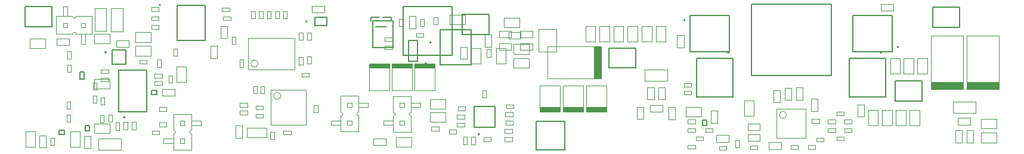
<source format=gbr>
%TF.GenerationSoftware,Altium Limited,Altium Designer,19.0.15 (446)*%
G04 Layer_Color=16711935*
%FSLAX45Y45*%
%MOMM*%
%TF.FileFunction,Other,Mechanical_13*%
%TF.Part,Single*%
G01*
G75*
%TA.AperFunction,NonConductor*%
%ADD88C,0.12700*%
%ADD106C,0.20000*%
%ADD136C,0.10000*%
%ADD204R,2.90000X0.65000*%
%ADD205R,4.60000X1.02220*%
%ADD206R,1.02220X4.60000*%
D88*
X7156580Y2273906D02*
X7596580D01*
X7156580Y2773906D02*
X7596580D01*
X7156580Y2273906D02*
Y2773906D01*
X7596580Y2273906D02*
Y2773906D01*
X6700516Y2622475D02*
X6830516D01*
X6700516Y2330475D02*
Y2622475D01*
Y2330475D02*
X6830516D01*
Y2622475D01*
X6242975Y2822174D02*
X6392975D01*
X6172975Y2902175D02*
Y2952175D01*
X6292975D01*
X6342975D02*
X6462975D01*
Y2902175D02*
Y2952175D01*
X3059235Y1916655D02*
X3133235D01*
Y1852655D02*
Y1916655D01*
X3059235Y1852655D02*
X3133235D01*
X3059235D02*
Y1916655D01*
X2587954Y1605415D02*
Y2205414D01*
X2987955D01*
Y1605415D02*
Y2205414D01*
X2587954Y1605415D02*
X2987955D01*
X2176974Y1337975D02*
Y1411975D01*
X2112974Y1337975D02*
X2176974D01*
X2112974D02*
Y1411975D01*
X2176974D01*
X2042615Y2176435D02*
X2102615D01*
Y2076435D02*
Y2176435D01*
X2042615Y2076435D02*
X2102615D01*
X2042615D02*
Y2176435D01*
X3417474Y3127475D02*
X3817475D01*
X3417474Y2627475D02*
X3817475D01*
X3417474D02*
Y3127475D01*
X3817475Y2627475D02*
Y3127475D01*
X7632475Y1384975D02*
X7932475D01*
X7632475Y1684975D02*
X7932475D01*
X7632475Y1384975D02*
Y1684975D01*
X7932475Y1384975D02*
Y1684975D01*
X2494974Y2489975D02*
X2694975D01*
X2494974Y2289975D02*
X2694975D01*
X2494974D02*
Y2489975D01*
X2694975Y2289975D02*
Y2489975D01*
X1740975Y1286235D02*
X1814975D01*
X1740975D02*
Y1350235D01*
X1814975D01*
Y1286235D02*
Y1350235D01*
X1257275Y2822155D02*
Y3106155D01*
Y2822155D02*
X1638275D01*
Y3106155D01*
X1257275D02*
X1638275D01*
X7846035Y2712935D02*
Y2996935D01*
X7465035D02*
X7846035D01*
X7465035Y2712935D02*
Y2996935D01*
Y2712935D02*
X7846035D01*
X6632475Y3105891D02*
X7322475D01*
X6632475Y2415891D02*
Y3105891D01*
Y2415891D02*
X7322475D01*
Y3105891D01*
X5373435Y2833075D02*
X5543435D01*
Y2958075D01*
X5373435D02*
X5543435D01*
X5373435Y2833075D02*
Y2958075D01*
X10875475Y1412975D02*
Y1486975D01*
X10939474D01*
Y1412975D02*
Y1486975D01*
X10875475Y1412975D02*
X10939474D01*
X10702975Y2462475D02*
Y2982475D01*
Y2462475D02*
X11257975D01*
Y2982475D01*
X10702975D02*
X11257975D01*
X10791975Y2371975D02*
X11311975D01*
X10791975Y1816975D02*
Y2371975D01*
Y1816975D02*
X11311975D01*
Y2371975D01*
X11573635Y2121415D02*
X12703634D01*
Y3141415D01*
X11573635D02*
X12703634D01*
X11573635Y2121415D02*
Y3141415D01*
X12960475Y2372838D02*
X13480475D01*
X12960475Y1817838D02*
Y2372838D01*
Y1817838D02*
X13480475D01*
Y2372838D01*
X14147775Y2811995D02*
X14528775D01*
X14147775D02*
Y3095995D01*
X14528775D01*
Y2811995D02*
Y3095995D01*
X13616975Y1765475D02*
Y2049475D01*
Y1765475D02*
X13997975D01*
Y2049475D01*
X13616975D02*
X13997975D01*
X13567975Y2462338D02*
Y2982338D01*
X13012975D02*
X13567975D01*
X13012975Y2462338D02*
Y2982338D01*
Y2462338D02*
X13567975D01*
X8516794Y1066974D02*
X8922795D01*
X8516794Y1472975D02*
X8922795D01*
Y1066974D02*
Y1472975D01*
X8516794Y1066974D02*
Y1472975D01*
X9929976Y2234972D02*
Y2518972D01*
X9548976D02*
X9929976D01*
X9548976Y2234972D02*
Y2518972D01*
Y2234972D02*
X9929976D01*
X6200475Y2904715D02*
X6484474D01*
X6200475Y2523715D02*
Y2904715D01*
Y2523715D02*
X6484474D01*
Y2904715D01*
D106*
X6962580Y2297906D02*
G03*
X6962580Y2297906I-10000J0D01*
G01*
X7025516Y2596475D02*
G03*
X7025516Y2596475I-10000J0D01*
G01*
X2677955Y1530415D02*
G03*
X2677955Y1530415I-10000J0D01*
G01*
X3182975Y3127974D02*
G03*
X3182975Y3127974I-10000J0D01*
G01*
X7712475Y1287975D02*
G03*
X7712475Y1287975I-10000J0D01*
G01*
X2413974Y2454975D02*
G03*
X2413974Y2454975I-10000J0D01*
G01*
X5263535Y2895575D02*
G03*
X5263535Y2895575I-10000J0D01*
G01*
X10630475Y2912474D02*
G03*
X10630475Y2912474I-10000J0D01*
G01*
X11251975Y2454475D02*
G03*
X11251975Y2454475I-10000J0D01*
G01*
X13420474Y2455338D02*
G03*
X13420474Y2455338I-10000J0D01*
G01*
X13660475Y2532339D02*
G03*
X13660475Y2532339I-10000J0D01*
G01*
D136*
X3021234Y1914655D02*
G03*
X3021234Y1914655I-5000J0D01*
G01*
X2179974Y1454975D02*
G03*
X2179974Y1454975I-5000J0D01*
G01*
X2007614Y2126435D02*
G03*
X2007614Y2126435I-5000J0D01*
G01*
X1862975Y1288235D02*
G03*
X1862975Y1288235I-5000J0D01*
G01*
X4890935Y1834154D02*
G03*
X4890935Y1834154I-50000J0D01*
G01*
X4566454Y2296110D02*
G03*
X4566454Y2296110I-50000J0D01*
G01*
X10882475Y1369975D02*
G03*
X10882475Y1369975I-5000J0D01*
G01*
X12069975Y1564975D02*
G03*
X12069975Y1564975I-50000J0D01*
G01*
X5737835Y1605155D02*
Y1833855D01*
X5991835Y1605155D02*
Y1833855D01*
X5737835D02*
X5763235D01*
X5966435D01*
X5991835D01*
X5600635Y1421255D02*
X5737835D01*
X5600635Y1484755D02*
X5737835D01*
X5600635Y1421255D02*
Y1484755D01*
X5833035Y1738454D02*
X5896635D01*
X5833035Y1674954D02*
X5896635D01*
X5991835Y1738454D02*
X6129034D01*
X5991835Y1674954D02*
X6129034D01*
X5896635D02*
Y1738454D01*
X5833035Y1674954D02*
Y1738454D01*
X5966435Y1590455D02*
X5991835Y1605155D01*
X5737835D02*
X5763235Y1590455D01*
X5966435Y1579855D02*
Y1590455D01*
X5763235Y1579855D02*
Y1590455D01*
X5991835Y1325855D02*
Y1554555D01*
X5737835Y1325855D02*
Y1554555D01*
X5833035Y1421255D02*
X5896635D01*
X5833035Y1484755D02*
X5896635D01*
X5833035Y1421255D02*
Y1484755D01*
X5896635Y1421255D02*
Y1484755D01*
X5737835Y1554555D02*
X5763235Y1569255D01*
X5966435D02*
X5991835Y1554555D01*
X5763235Y1569255D02*
Y1579855D01*
X5966435Y1569255D02*
Y1579855D01*
X6129034Y1674954D02*
Y1738454D01*
X5966435Y1325855D02*
X5991835D01*
X5763235D02*
X5966435D01*
X5737835D02*
X5763235D01*
X7480934Y1252294D02*
X7535934D01*
X7480934Y1147294D02*
X7535934D01*
Y1252294D01*
X7480934Y1147294D02*
Y1252294D01*
X7595234Y1252262D02*
X7650234D01*
X7595234Y1147262D02*
X7650234D01*
Y1252262D01*
X7595234Y1147262D02*
Y1252262D01*
X6368587Y2552638D02*
X6473587D01*
X6368587Y2497638D02*
X6473587D01*
Y2552638D01*
X6368587Y2497638D02*
Y2552638D01*
Y2616220D02*
X6473587D01*
X6368587Y2671219D02*
X6473587D01*
X6368587Y2616220D02*
Y2671219D01*
X6473587Y2616220D02*
Y2671219D01*
X6811555Y2675834D02*
Y2727834D01*
X6914555Y2675834D02*
Y2727834D01*
X6811555Y2675834D02*
X6914555D01*
X6811555Y2727834D02*
X6914555D01*
X7063580Y2958787D02*
X7115580D01*
X7063580Y2855787D02*
X7115580D01*
X7063580D02*
Y2958787D01*
X7115580Y2855787D02*
Y2958787D01*
X6870076Y2932787D02*
X6922076D01*
X6870076Y2829787D02*
X6922076D01*
X6870076D02*
Y2932787D01*
X6922076Y2829787D02*
Y2932787D01*
X6806416Y2793795D02*
Y2968795D01*
X6711416Y2793795D02*
Y2968795D01*
Y2793795D02*
X6806416D01*
X6711416Y2968795D02*
X6806416D01*
X6568851Y2828795D02*
Y2933795D01*
X6623851Y2828795D02*
Y2933795D01*
X6568851D02*
X6623851D01*
X6568851Y2828795D02*
X6623851D01*
X7285275Y2985935D02*
X7505275D01*
X7285275Y2850935D02*
X7505275D01*
Y2985935D01*
X7285275Y2850935D02*
Y2985935D01*
X8286854Y2758243D02*
X8461855D01*
X8286854Y2663243D02*
X8461855D01*
Y2758243D01*
X8286854Y2663243D02*
Y2758243D01*
Y2582223D02*
X8461855D01*
X8286854Y2487223D02*
X8461855D01*
Y2582223D01*
X8286854Y2487223D02*
Y2582223D01*
X7989675Y2663243D02*
X8164675D01*
X7989675Y2758243D02*
X8164675D01*
X7989675Y2663243D02*
Y2758243D01*
X8164675Y2663243D02*
Y2758243D01*
X7989675Y2487223D02*
X8164675D01*
X7989675Y2582223D02*
X8164675D01*
X7989675Y2487223D02*
Y2582223D01*
X8164675Y2487223D02*
Y2582223D01*
X7883375Y2534343D02*
Y2709343D01*
X7788375Y2534343D02*
Y2709343D01*
Y2534343D02*
X7883375D01*
X7788375Y2709343D02*
X7883375D01*
X8546159Y2460926D02*
X8806159D01*
X8546159Y2785926D02*
X8806159D01*
Y2460926D02*
Y2785926D01*
X8546159Y2460926D02*
Y2785926D01*
X2242175Y2713775D02*
X2462175D01*
X2242175Y2578775D02*
X2462175D01*
Y2713775D01*
X2242175Y2578775D02*
Y2713775D01*
Y1941275D02*
Y2076275D01*
X2462175Y1941275D02*
Y2076275D01*
X2242175Y1941275D02*
X2462175D01*
X2242175Y2076275D02*
X2462175D01*
X2242175Y1441275D02*
X2462175D01*
X2242175Y1306275D02*
X2462175D01*
Y1441275D01*
X2242175Y1306275D02*
Y1441275D01*
X2442855Y1462315D02*
Y1565315D01*
X2494855Y1462315D02*
Y1565315D01*
X2442855Y1462315D02*
X2494855D01*
X2442855Y1565315D02*
X2494855D01*
X3065055Y1338475D02*
X3168055D01*
X3065055Y1286475D02*
X3168055D01*
X3065055D02*
Y1338475D01*
X3168055Y1286475D02*
Y1338475D01*
X2779975Y1357175D02*
X2834975D01*
X2779975Y1462175D02*
X2834975D01*
X2779975Y1357175D02*
Y1462175D01*
X2834975Y1357175D02*
Y1462175D01*
X3165655Y1397415D02*
X3270655D01*
X3165655Y1452414D02*
X3270655D01*
Y1397415D02*
Y1452414D01*
X3165655Y1397415D02*
Y1452414D01*
X3165694Y1621374D02*
Y1676374D01*
X3270695Y1621374D02*
Y1676374D01*
X3165694D02*
X3270695D01*
X3165694Y1621374D02*
X3270695D01*
X3619475Y1066775D02*
Y1295475D01*
X3365475Y1066775D02*
Y1295475D01*
X3594075Y1066775D02*
X3619475D01*
X3390875D02*
X3594075D01*
X3365475D02*
X3390875D01*
X3619475Y1479374D02*
X3756674D01*
X3619475Y1415874D02*
X3756674D01*
Y1479374D01*
X3460675Y1162175D02*
X3524275D01*
X3460675Y1225675D02*
X3524275D01*
X3228275Y1162175D02*
X3365475D01*
X3228275Y1225675D02*
X3365475D01*
X3460675Y1162175D02*
Y1225675D01*
X3524275Y1162175D02*
Y1225675D01*
X3365475Y1295475D02*
X3390875Y1310175D01*
X3594075D02*
X3619475Y1295475D01*
X3390875Y1310175D02*
Y1320775D01*
X3594075Y1310175D02*
Y1320775D01*
X3365475Y1346075D02*
Y1574775D01*
X3619475Y1346075D02*
Y1574775D01*
X3460675Y1479374D02*
X3524275D01*
X3460675Y1415874D02*
X3524275D01*
Y1479374D01*
X3460675Y1415874D02*
Y1479374D01*
X3594075Y1331375D02*
X3619475Y1346075D01*
X3365475D02*
X3390875Y1331375D01*
X3594075Y1320775D02*
Y1331375D01*
X3390875Y1320775D02*
Y1331375D01*
X3228275Y1162175D02*
Y1225675D01*
X3365475Y1574775D02*
X3390875D01*
X3594075D01*
X3619475D01*
X3409735Y2251195D02*
X3544735D01*
X3409735Y2031195D02*
X3544735D01*
Y2251195D01*
X3409735Y2031195D02*
Y2251195D01*
X3206854Y1837475D02*
Y1932475D01*
X3381855Y1837475D02*
Y1932475D01*
X3206854D02*
X3381855D01*
X3206854Y1837475D02*
X3381855D01*
X3299875Y2019974D02*
Y2124974D01*
X3354874Y2019974D02*
Y2124974D01*
X3299875Y2019974D02*
X3354874D01*
X3299875Y2124974D02*
X3354874D01*
X3204622Y1989235D02*
Y2044235D01*
X3099622Y1989235D02*
Y2044235D01*
Y1989235D02*
X3204622D01*
X3099622Y2044235D02*
X3204622D01*
X3204615Y2093375D02*
Y2148375D01*
X3099615Y2093375D02*
Y2148375D01*
Y2093375D02*
X3204615D01*
X3099615Y2148375D02*
X3204615D01*
X3138015Y2247095D02*
X3193015D01*
X3138015Y2352095D02*
X3193015D01*
X3138015Y2247095D02*
Y2352095D01*
X3193015Y2247095D02*
Y2352095D01*
X3368455Y2403655D02*
X3423455D01*
X3368455Y2508655D02*
X3423455D01*
X3368455Y2403655D02*
Y2508655D01*
X3423455Y2403655D02*
Y2508655D01*
X2885974Y2294474D02*
X2988974D01*
X2885974Y2346474D02*
X2988974D01*
Y2294474D02*
Y2346474D01*
X2885974Y2294474D02*
Y2346474D01*
X3047818Y2600474D02*
Y2740474D01*
X2827819Y2600474D02*
Y2740474D01*
Y2600474D02*
X3047818D01*
X2827819Y2740474D02*
X3047818D01*
X2559155Y2530775D02*
X2734155D01*
X2559155Y2625775D02*
X2734155D01*
Y2530775D02*
Y2625775D01*
X2559155Y2530775D02*
Y2625775D01*
X2601535Y1349735D02*
Y1452735D01*
X2549535Y1349735D02*
Y1452735D01*
X2601535D01*
X2549535Y1349735D02*
X2601535D01*
X2301474Y1064975D02*
Y1229975D01*
X2626474Y1064975D02*
Y1229975D01*
X2301474D02*
X2626474D01*
X2301474Y1064975D02*
X2626474D01*
X2096475Y1264975D02*
X2191475D01*
X2096475Y1089974D02*
X2191475D01*
Y1264975D01*
X2096475Y1089974D02*
Y1264975D01*
X1901475Y1109975D02*
Y1329975D01*
X2036475Y1109975D02*
Y1329975D01*
X1901475Y1109975D02*
X2036475D01*
X1901475Y1329975D02*
X2036475D01*
X1903442Y1464855D02*
Y1567855D01*
X1851443Y1464855D02*
Y1567855D01*
X1903442D01*
X1851443Y1464855D02*
X1903442D01*
X2659795Y1357175D02*
X2714795D01*
X2659795Y1462175D02*
X2714795D01*
X2659795Y1357175D02*
Y1462175D01*
X2714795Y1357175D02*
Y1462175D01*
X2379515Y1453035D02*
Y1558035D01*
X2324515Y1453035D02*
Y1558035D01*
X2379515D01*
X2324515Y1453035D02*
X2379515D01*
X2335823Y1811147D02*
X2387823D01*
X2335823Y1708147D02*
X2387823D01*
Y1811147D01*
X2335823Y1708147D02*
Y1811147D01*
X2223975Y1736299D02*
Y1839299D01*
X2275975Y1736299D02*
Y1839299D01*
X2223975Y1736299D02*
X2275975D01*
X2223975Y1839299D02*
X2275975D01*
X2442195Y2039935D02*
Y2094935D01*
X2337194Y2039935D02*
Y2094935D01*
Y2039935D02*
X2442195D01*
X2337194Y2094935D02*
X2442195D01*
X2275974Y1918475D02*
Y2021475D01*
X2223974Y1918475D02*
Y2021475D01*
X2275974D01*
X2223974Y1918475D02*
X2275974D01*
X2442195Y2154975D02*
Y2209975D01*
X2337194Y2154975D02*
Y2209975D01*
Y2154975D02*
X2442195D01*
X2337194Y2209975D02*
X2442195D01*
X1851035Y1653914D02*
Y1756914D01*
X1903035Y1653914D02*
Y1756914D01*
X1851035Y1653914D02*
X1903035D01*
X1851035Y1756914D02*
X1903035D01*
X3157475Y2787475D02*
Y2842475D01*
X3052474Y2787475D02*
Y2842475D01*
Y2787475D02*
X3157475D01*
X3052474Y2842475D02*
X3157475D01*
Y3040475D02*
Y3095475D01*
X3052474Y3040475D02*
Y3095475D01*
Y3040475D02*
X3157475D01*
X3052474Y3095475D02*
X3157475D01*
Y2912475D02*
Y2967475D01*
X3052474Y2912475D02*
Y2967475D01*
Y2912475D02*
X3157475D01*
X3052474Y2967475D02*
X3157475D01*
X3889475Y2374555D02*
Y2549555D01*
X3984475Y2374555D02*
Y2549555D01*
X3889475Y2374555D02*
X3984475D01*
X3889475Y2549555D02*
X3984475D01*
X4036474Y2657040D02*
Y2832040D01*
X4131474Y2657040D02*
Y2832040D01*
X4036474Y2657040D02*
X4131474D01*
X4036474Y2832040D02*
X4131474D01*
X4058474Y3093475D02*
X4161475D01*
X4058474Y3041475D02*
X4161475D01*
X4058474D02*
Y3093475D01*
X4161475Y3041475D02*
Y3093475D01*
X5187495Y2163032D02*
X5292495D01*
X5187495Y2108032D02*
X5292495D01*
X5187495D02*
Y2163032D01*
X5292495Y2108032D02*
Y2163032D01*
X5321318Y2291578D02*
Y2394578D01*
X5269318Y2291578D02*
Y2394578D01*
X5321318D01*
X5269318Y2291578D02*
X5321318D01*
X5203995Y2281735D02*
Y2386735D01*
X5148995Y2281735D02*
Y2386735D01*
X5203995D01*
X5148995Y2281735D02*
X5203995D01*
X9227275Y1608255D02*
Y1983255D01*
X9517275D01*
Y1608255D02*
Y1983255D01*
X9227275Y1608255D02*
X9517275D01*
X8895364Y1610573D02*
Y1985573D01*
X9185364D01*
Y1610573D02*
Y1985573D01*
X8895364Y1610573D02*
X9185364D01*
X8567175Y1610576D02*
Y1985576D01*
X8857175D01*
Y1610576D02*
Y1985576D01*
X8567175Y1610576D02*
X8857175D01*
X7511255Y1629891D02*
Y1681890D01*
X7408255Y1629891D02*
Y1681890D01*
Y1629891D02*
X7511255D01*
X7408255Y1681890D02*
X7511255D01*
X7756475Y1912631D02*
X7808475D01*
X7756475Y1809631D02*
X7808475D01*
Y1912631D01*
X7756475Y1809631D02*
Y1912631D01*
X7007677Y1649975D02*
X7227676D01*
X7007677Y1789975D02*
X7227676D01*
Y1649975D02*
Y1789975D01*
X7007677Y1649975D02*
Y1789975D01*
X8185224Y1426414D02*
Y1478414D01*
X8082224Y1426414D02*
Y1478414D01*
Y1426414D02*
X8185224D01*
X8082224Y1478414D02*
X8185224D01*
X8095525Y1660984D02*
Y1712984D01*
X8198525Y1660984D02*
Y1712984D01*
X8095525D02*
X8198525D01*
X8095525Y1660984D02*
X8198525D01*
X12887975Y1202935D02*
Y1254934D01*
X12784975Y1202935D02*
Y1254934D01*
Y1202935D02*
X12887975D01*
X12784975Y1254934D02*
X12887975D01*
X11025275Y1317923D02*
Y1372923D01*
X10920275Y1317923D02*
Y1372923D01*
Y1317923D02*
X11025275D01*
X10920275Y1372923D02*
X11025275D01*
X10669975Y1374975D02*
X10774975D01*
X10669975Y1319975D02*
X10774975D01*
X10669975D02*
Y1374975D01*
X10774975Y1319975D02*
Y1374975D01*
X10997475Y1449974D02*
X11092475D01*
X10997475Y1624975D02*
X11092475D01*
X10997475Y1449974D02*
Y1624975D01*
X11092475Y1449974D02*
Y1624975D01*
X10669975Y1494975D02*
X10774975D01*
X10669975Y1439975D02*
X10774975D01*
X10669975D02*
Y1494975D01*
X10774975Y1439975D02*
Y1494975D01*
X10640250Y1542602D02*
Y1677602D01*
X10860250Y1542602D02*
Y1677602D01*
X10640250D02*
X10860250D01*
X10640250Y1542602D02*
X10860250D01*
X10041635Y1503576D02*
Y1678576D01*
X9946635Y1503576D02*
Y1678576D01*
X10041635D01*
X9946635Y1503576D02*
X10041635D01*
X12127474Y1077474D02*
X12232474D01*
X12127474Y1132474D02*
X12232474D01*
Y1077474D02*
Y1132474D01*
X12127474Y1077474D02*
Y1132474D01*
X11819975Y1078972D02*
X11994974D01*
X11819975Y1173971D02*
X11994974D01*
Y1078972D02*
Y1173971D01*
X11819975Y1078972D02*
Y1173971D01*
X11556455Y1075174D02*
X11661455D01*
X11556455Y1130174D02*
X11661455D01*
Y1075174D02*
Y1130174D01*
X11556455Y1075174D02*
Y1130174D01*
X11397475Y1097475D02*
Y1202475D01*
X11342475Y1097475D02*
Y1202475D01*
X11397475D01*
X11342475Y1097475D02*
X11397475D01*
X10344974Y1784257D02*
Y1959257D01*
X10249974Y1784257D02*
Y1959257D01*
X10344974D01*
X10249974Y1784257D02*
X10344974D01*
X10132475Y1704333D02*
X10307475D01*
X10132475Y1609334D02*
X10307475D01*
X10132475D02*
Y1704333D01*
X10307475Y1609334D02*
Y1704333D01*
X10189975Y1784257D02*
Y1959257D01*
X10094974Y1784257D02*
Y1959257D01*
X10189975D01*
X10094974Y1784257D02*
X10189975D01*
X10491955Y1501308D02*
Y1676308D01*
X10396955Y1501308D02*
Y1676308D01*
X10491955D01*
X10396955Y1501308D02*
X10491955D01*
X10783584Y1254975D02*
X10888584D01*
X10783584Y1199975D02*
X10888584D01*
X10783584D02*
Y1254975D01*
X10888584Y1199975D02*
Y1254975D01*
X10669975Y1134974D02*
X10774975D01*
X10669975Y1079974D02*
X10774975D01*
X10669975D02*
Y1134974D01*
X10774975Y1079974D02*
Y1134974D01*
X11076927Y1179975D02*
X11251926D01*
X11076927Y1274974D02*
X11251926D01*
Y1179975D02*
Y1274974D01*
X11076927Y1179975D02*
Y1274974D01*
X11112695Y1065813D02*
X11217695D01*
X11112695Y1120813D02*
X11217695D01*
Y1065813D02*
Y1120813D01*
X11112695Y1065813D02*
Y1120813D01*
X12887975Y1560295D02*
Y1612295D01*
X12784974Y1560295D02*
Y1612295D01*
Y1560295D02*
X12887975D01*
X12784974Y1612295D02*
X12887975D01*
X12992474Y1442795D02*
Y1494795D01*
X12889474Y1442795D02*
Y1494795D01*
Y1442795D02*
X12992474D01*
X12889474Y1494795D02*
X12992474D01*
X12377474Y1077474D02*
X12482474D01*
X12377474Y1132474D02*
X12482474D01*
Y1077474D02*
Y1132474D01*
X12377474Y1077474D02*
Y1132474D01*
X12492475Y1239935D02*
X12597475D01*
X12492475Y1184935D02*
X12597475D01*
X12492475D02*
Y1239935D01*
X12597475Y1184935D02*
Y1239935D01*
X12430975Y1451635D02*
Y1503635D01*
X12533975Y1451635D02*
Y1503635D01*
X12430975D02*
X12533975D01*
X12430975Y1451635D02*
X12533975D01*
X12658474Y1496295D02*
X12763474D01*
X12658474Y1441295D02*
X12763474D01*
X12658474D02*
Y1496295D01*
X12763474Y1441295D02*
Y1496295D01*
X5033115Y1285975D02*
Y1340974D01*
X4928115Y1285975D02*
Y1340974D01*
Y1285975D02*
X5033115D01*
X4928115Y1340974D02*
X5033115D01*
X3047818Y2405474D02*
Y2545474D01*
X2827818Y2405474D02*
Y2545474D01*
Y2405474D02*
X3047818D01*
X2827818Y2545474D02*
X3047818D01*
X1915735Y2173515D02*
Y2276515D01*
X1863735Y2173515D02*
Y2276515D01*
X1915735D01*
X1863735Y2173515D02*
X1915735D01*
X1863735Y2366555D02*
Y2469555D01*
X1915735Y2366555D02*
Y2469555D01*
X1863735Y2366555D02*
X1915735D01*
X1863735Y2469555D02*
X1915735D01*
X1329875Y2516279D02*
X1549875D01*
X1329875Y2651279D02*
X1549875D01*
Y2516279D02*
Y2651279D01*
X1329875Y2516279D02*
Y2651279D01*
X1675935Y1133843D02*
Y1238843D01*
X1620935Y1133843D02*
Y1238843D01*
X1675935D01*
X1620935Y1133843D02*
X1675935D01*
X1462375Y1098835D02*
Y1273835D01*
X1557375Y1098835D02*
Y1273835D01*
X1462375Y1098835D02*
X1557375D01*
X1462375Y1273835D02*
X1557375D01*
X1267375Y1111255D02*
Y1331255D01*
X1402375Y1111255D02*
Y1331255D01*
X1267375Y1111255D02*
X1402375D01*
X1267375Y1331255D02*
X1402375D01*
X1704315Y2944075D02*
Y2969475D01*
Y2740875D02*
Y2944075D01*
Y2715475D02*
Y2740875D01*
X2053414Y2578275D02*
X2116914D01*
X1947715Y2740875D02*
X1958315D01*
X1947715Y2944075D02*
X1958315D01*
X1933015Y2715475D02*
X1947715Y2740875D01*
X1933015Y2969475D02*
X1947715Y2944075D01*
X1799715Y2810675D02*
X1863215D01*
X1799715Y2874275D02*
X1863215D01*
Y2810675D02*
Y2874275D01*
X1799715Y2810675D02*
Y2874275D01*
X1704315Y2969475D02*
X1933015D01*
X1704315Y2715475D02*
X1933015D01*
X1958315Y2944075D02*
X1968915D01*
X1958315Y2740875D02*
X1968915D01*
Y2944075D02*
X1983615Y2969475D01*
X1968915Y2740875D02*
X1983615Y2715475D01*
X2053414Y2874275D02*
X2116914D01*
X2053414Y2810675D02*
X2116914D01*
X2053414Y2578275D02*
Y2715475D01*
X2116914Y2578275D02*
Y2715475D01*
X2053414Y2810675D02*
Y2874275D01*
X2116914Y2810675D02*
Y2874275D01*
X1799715Y3106675D02*
X1863215D01*
Y2969475D02*
Y3106675D01*
X1799715Y2969475D02*
Y3106675D01*
X2212315Y2715475D02*
Y2740875D01*
Y2944075D01*
Y2969475D01*
X1983615Y2715475D02*
X2212315D01*
X1983615Y2969475D02*
X2212315D01*
X1713335Y2651304D02*
X1888335D01*
X1713335Y2556303D02*
X1888335D01*
X1713335D02*
Y2651304D01*
X1888335Y2556303D02*
Y2651304D01*
X2248136Y2757331D02*
X2413136D01*
X2248136Y3082331D02*
X2413136D01*
X2248136Y2757331D02*
Y3082331D01*
X2413136Y2757331D02*
Y3082331D01*
X2480186Y2755935D02*
X2645186D01*
X2480186Y3080935D02*
X2645186D01*
X2480186Y2755935D02*
Y3080935D01*
X2645186Y2755935D02*
Y3080935D01*
X8192475Y2232475D02*
X8412474D01*
X8192475Y2372475D02*
X8412474D01*
Y2232475D02*
Y2372475D01*
X8192475Y2232475D02*
Y2372475D01*
X8193724Y2429975D02*
X8413724D01*
X8193724Y2569975D02*
X8413724D01*
Y2429975D02*
Y2569975D01*
X8193724Y2429975D02*
Y2569975D01*
X7951142Y2292337D02*
X8086142D01*
X7951142Y2512337D02*
X8086142D01*
X7951142Y2292337D02*
Y2512337D01*
X8086142Y2292337D02*
Y2512337D01*
X7732475Y2297474D02*
Y2517475D01*
X7597475Y2297474D02*
Y2517475D01*
X7732475D01*
X7597475Y2297474D02*
X7732475D01*
X7442475Y2359974D02*
X7537475D01*
X7442475Y2534975D02*
X7537475D01*
X7442475Y2359974D02*
Y2534975D01*
X7537475Y2359974D02*
Y2534975D01*
X8078015Y1541755D02*
X8183015D01*
X8078015Y1596754D02*
X8183015D01*
Y1541755D02*
Y1596754D01*
X8078015Y1541755D02*
Y1596754D01*
X8068525Y1361667D02*
X8173525D01*
X8068525Y1306667D02*
X8173525D01*
X8068525D02*
Y1361667D01*
X8173525Y1306667D02*
Y1361667D01*
X8069094Y1187141D02*
X8174094D01*
X8069094Y1242141D02*
X8174094D01*
Y1187141D02*
Y1242141D01*
X8069094Y1187141D02*
Y1242141D01*
X7280455Y1295815D02*
Y1350814D01*
X7385455Y1295815D02*
Y1350814D01*
X7280455D02*
X7385455D01*
X7280455Y1295815D02*
X7385455D01*
X7392215Y1395654D02*
X7497215D01*
X7392215Y1450654D02*
X7497215D01*
Y1395654D02*
Y1450654D01*
X7392215Y1395654D02*
Y1450654D01*
X7392975Y1563875D02*
X7497975D01*
X7392975Y1508875D02*
X7497975D01*
X7392975D02*
Y1563875D01*
X7497975Y1508875D02*
Y1563875D01*
X7769975Y1242141D02*
X7874975D01*
X7769975Y1187141D02*
X7874975D01*
X7769975D02*
Y1242141D01*
X7874975Y1187141D02*
Y1242141D01*
X7028995Y1341535D02*
Y1396534D01*
X7133995Y1341535D02*
Y1396534D01*
X7028995D02*
X7133995D01*
X7028995Y1341535D02*
X7133995D01*
X7007677Y1462475D02*
X7227676D01*
X7007677Y1602475D02*
X7227676D01*
Y1462475D02*
Y1602475D01*
X7007677Y1462475D02*
Y1602475D01*
X6526195Y1246035D02*
X6746195D01*
X6526195Y1111035D02*
X6746195D01*
X6526195D02*
Y1246035D01*
X6746195Y1111035D02*
Y1246035D01*
X6482975Y1323315D02*
X6508375D01*
X6711575D01*
X6736975D01*
X6874175Y1672414D02*
Y1735914D01*
X6711575Y1566715D02*
Y1577315D01*
X6508375Y1566715D02*
Y1577315D01*
X6711575Y1566715D02*
X6736975Y1552015D01*
X6482975D02*
X6508375Y1566715D01*
X6641775Y1418715D02*
Y1482215D01*
X6578175Y1418715D02*
Y1482215D01*
X6641775D01*
X6578175Y1418715D02*
X6641775D01*
X6482975Y1323315D02*
Y1552015D01*
X6736975Y1323315D02*
Y1552015D01*
X6508375Y1577315D02*
Y1587915D01*
X6711575Y1577315D02*
Y1587915D01*
X6482975Y1602615D02*
X6508375Y1587915D01*
X6711575D02*
X6736975Y1602615D01*
X6578175Y1672414D02*
Y1735914D01*
X6641775Y1672414D02*
Y1735914D01*
X6736975Y1672414D02*
X6874175D01*
X6736975Y1735914D02*
X6874175D01*
X6578175Y1672414D02*
X6641775D01*
X6578175Y1735914D02*
X6641775D01*
X6345775Y1418715D02*
Y1482215D01*
X6482975D01*
X6345775Y1418715D02*
X6482975D01*
X6711575Y1831315D02*
X6736975D01*
X6508375D02*
X6711575D01*
X6482975D02*
X6508375D01*
X6736975Y1602615D02*
Y1831315D01*
X6482975Y1602615D02*
Y1831315D01*
X6205795Y1131038D02*
X6380795D01*
X6205795Y1226038D02*
X6380795D01*
Y1131038D02*
Y1226038D01*
X6205795Y1131038D02*
Y1226038D01*
X6432475Y1916892D02*
Y2291892D01*
X6142475Y1916892D02*
X6432475D01*
X6142475D02*
Y2291892D01*
X6432475D01*
X6754975Y1916892D02*
Y2291892D01*
X6464975Y1916892D02*
X6754975D01*
X6464975D02*
Y2291892D01*
X6754975D01*
X7077475Y1916892D02*
Y2291892D01*
X6787475Y1916892D02*
X7077475D01*
X6787475D02*
Y2291892D01*
X7077475D01*
X7869975Y2389975D02*
Y2494975D01*
X7814975Y2389975D02*
Y2494975D01*
X7869975D01*
X7814975Y2389975D02*
X7869975D01*
X4250155Y1238355D02*
Y1413355D01*
X4345155Y1238355D02*
Y1413355D01*
X4250155Y1238355D02*
X4345155D01*
X4250155Y1413355D02*
X4345155D01*
X4412755Y1243474D02*
X4692755D01*
X4412755Y1383474D02*
X4692755D01*
X4412755Y1243474D02*
Y1383474D01*
X4692755Y1243474D02*
Y1383474D01*
X4740255Y1218801D02*
Y1323801D01*
X4795255Y1218801D02*
Y1323801D01*
X4740255Y1218801D02*
X4795255D01*
X4740255Y1323801D02*
X4795255D01*
X4750935Y1424154D02*
X5250935D01*
X4750935Y1924154D02*
X5250935D01*
Y1424154D02*
Y1924154D01*
X4750935Y1424154D02*
Y1924154D01*
X5417355Y1596654D02*
Y1701654D01*
X5362355Y1596654D02*
Y1701654D01*
X5417355D01*
X5362355Y1596654D02*
X5417355D01*
X4536859Y1525313D02*
X4639859D01*
X4536859Y1577313D02*
X4639859D01*
Y1525313D02*
Y1577313D01*
X4536859Y1525313D02*
Y1577313D01*
Y1639613D02*
X4639859D01*
X4536859Y1691613D02*
X4639859D01*
Y1639613D02*
Y1691613D01*
X4536859Y1639613D02*
Y1691613D01*
X4658359Y1867514D02*
Y1970514D01*
X4606359Y1867514D02*
Y1970514D01*
X4658359D01*
X4606359Y1867514D02*
X4658359D01*
X4551631D02*
Y1970514D01*
X4499631Y1867514D02*
Y1970514D01*
X4551631D01*
X4499631Y1867514D02*
X4551631D01*
X4312475Y1566675D02*
Y1621674D01*
X4417475Y1566675D02*
Y1621674D01*
X4312475D02*
X4417475D01*
X4312475Y1566675D02*
X4417475D01*
X4312475Y1676675D02*
X4417475D01*
X4312475Y1731674D02*
X4417475D01*
Y1676675D02*
Y1731674D01*
X4312475Y1676675D02*
Y1731674D01*
X4308255Y2246175D02*
Y2351175D01*
X4363254Y2246175D02*
Y2351175D01*
X4308255Y2246175D02*
X4363254D01*
X4308255Y2351175D02*
X4363254D01*
X5269335Y2630974D02*
X5321335D01*
X5269335Y2733974D02*
X5321335D01*
X5269335Y2630974D02*
Y2733974D01*
X5321335Y2630974D02*
Y2733974D01*
X5150495Y2630715D02*
X5202495D01*
X5150495Y2733715D02*
X5202495D01*
X5150495Y2630715D02*
Y2733715D01*
X5202495Y2630715D02*
Y2733715D01*
X4426454Y2206110D02*
X5086454D01*
X4426454Y2656110D02*
X5086454D01*
X4426454Y2206110D02*
Y2656110D01*
X5086454Y2206110D02*
Y2656110D01*
X4196495Y2676840D02*
X4251494D01*
X4196495Y2571840D02*
X4251494D01*
Y2676840D01*
X4196495Y2571840D02*
Y2676840D01*
X4928454Y2934206D02*
Y3037206D01*
X4980454Y2934206D02*
Y3037206D01*
X4928454Y2934206D02*
X4980454D01*
X4928454Y3037206D02*
X4980454D01*
X4814154Y2934206D02*
Y3037206D01*
X4866154Y2934206D02*
Y3037206D01*
X4814154Y2934206D02*
X4866154D01*
X4814154Y3037206D02*
X4866154D01*
X4699854Y2934206D02*
Y3037206D01*
X4751854Y2934206D02*
Y3037206D01*
X4699854Y2934206D02*
X4751854D01*
X4699854Y3037206D02*
X4751854D01*
X4582475Y2934975D02*
X4637475D01*
X4582475Y3039975D02*
X4637475D01*
X4582475Y2934975D02*
Y3039975D01*
X4637475Y2934975D02*
Y3039975D01*
X4469975Y2934975D02*
X4524975D01*
X4469975Y3039975D02*
X4524975D01*
X4469975Y2934975D02*
Y3039975D01*
X4524975Y2934975D02*
Y3039975D01*
X4074975Y2912474D02*
Y2967474D01*
X4179975Y2912474D02*
Y2967474D01*
X4074975D02*
X4179975D01*
X4074975Y2912474D02*
X4179975D01*
X5332835Y3116211D02*
X5507835D01*
X5332835Y3021211D02*
X5507835D01*
X5332835D02*
Y3116211D01*
X5507835Y3021211D02*
Y3116211D01*
X8062998Y2808155D02*
X8282998D01*
X8062998Y2943155D02*
X8282998D01*
Y2808155D02*
Y2943155D01*
X8062998Y2808155D02*
Y2943155D01*
X8124674Y2649955D02*
X8299675D01*
X8124674Y2744955D02*
X8299675D01*
Y2649955D02*
Y2744955D01*
X8124674Y2649955D02*
Y2744955D01*
X10057474Y2046757D02*
X10382475D01*
X10057474Y2211757D02*
X10382475D01*
Y2046757D02*
Y2211757D01*
X10057474Y2046757D02*
Y2211757D01*
X10214988Y2607195D02*
Y2827195D01*
X10354988Y2607195D02*
Y2827195D01*
X10214988Y2607195D02*
X10354988D01*
X10214988Y2827195D02*
X10354988D01*
X10016760Y2608338D02*
Y2828338D01*
X10156760Y2608338D02*
Y2828338D01*
X10016760Y2608338D02*
X10156760D01*
X10016760Y2828338D02*
X10156760D01*
X9815689Y2608338D02*
Y2828338D01*
X9955689Y2608338D02*
Y2828338D01*
X9815689Y2608338D02*
X9955689D01*
X9815689Y2828338D02*
X9955689D01*
X9614618Y2608338D02*
Y2828338D01*
X9754618Y2608338D02*
Y2828338D01*
X9614618Y2608338D02*
X9754618D01*
X9614618Y2828338D02*
X9754618D01*
X9413547Y2608338D02*
Y2828338D01*
X9553547Y2608338D02*
Y2828338D01*
X9413547Y2608338D02*
X9553547D01*
X9413547Y2828338D02*
X9553547D01*
X9215505Y2611221D02*
Y2831221D01*
X9355505Y2611221D02*
Y2831221D01*
X9215505Y2611221D02*
X9355505D01*
X9215505Y2831221D02*
X9355505D01*
X11519975Y1346935D02*
X11694975D01*
X11519975Y1441934D02*
X11694975D01*
Y1346935D02*
Y1441934D01*
X11519975Y1346935D02*
Y1441934D01*
X11519975Y1190279D02*
X11694975D01*
X11519975Y1285279D02*
X11694975D01*
Y1190279D02*
Y1285279D01*
X11519975Y1190279D02*
Y1285279D01*
X10615895Y1965996D02*
Y2017996D01*
X10718895Y1965996D02*
Y2017996D01*
X10615895D02*
X10718895D01*
X10615895Y1965996D02*
X10718895D01*
X10616475Y1857096D02*
Y1909096D01*
X10719475Y1857096D02*
Y1909096D01*
X10616475D02*
X10719475D01*
X10616475Y1857096D02*
X10719475D01*
X10517475Y2522475D02*
Y2697475D01*
X10612475Y2522475D02*
Y2697475D01*
X10517475Y2522475D02*
X10612475D01*
X10517475Y2697475D02*
X10612475D01*
X11609974Y1551135D02*
Y1771134D01*
X11469975Y1551135D02*
Y1771134D01*
X11609974D01*
X11469975Y1551135D02*
X11609974D01*
X11929975Y1239975D02*
X12344975D01*
X11929975Y1654975D02*
X12344975D01*
Y1239975D02*
Y1654975D01*
X11929975Y1239975D02*
Y1654975D01*
X12421335Y1616815D02*
Y1791815D01*
X12516334Y1616815D02*
Y1791815D01*
X12421335Y1616815D02*
X12516334D01*
X12421335Y1791815D02*
X12516334D01*
X12204021Y1781151D02*
Y1956151D01*
X12299021Y1781151D02*
Y1956151D01*
X12204021Y1781151D02*
X12299021D01*
X12204021Y1956151D02*
X12299021D01*
X12142615Y1776408D02*
Y1951409D01*
X12047615Y1776408D02*
Y1951409D01*
X12142615D01*
X12047615Y1776408D02*
X12142615D01*
X11882855Y1741275D02*
Y1916275D01*
X11977854Y1741275D02*
Y1916275D01*
X11882855Y1741275D02*
X11977854D01*
X11882855Y1916275D02*
X11977854D01*
X14836127Y1511110D02*
X15056126D01*
X14836127Y1371110D02*
X15056126D01*
X14836127D02*
Y1511110D01*
X15056126Y1371110D02*
Y1511110D01*
X14836127Y1308610D02*
X15056126D01*
X14836127Y1168610D02*
X15056126D01*
X14836127D02*
Y1308610D01*
X15056126Y1168610D02*
Y1308610D01*
X14561215Y1169975D02*
Y1344975D01*
X14466216Y1169975D02*
Y1344975D01*
X14561215D01*
X14466216Y1169975D02*
X14561215D01*
X14721214Y1169975D02*
Y1344975D01*
X14626215Y1169975D02*
Y1344975D01*
X14721214D01*
X14626215Y1169975D02*
X14721214D01*
X14506215Y1424975D02*
X14681215D01*
X14506215Y1519975D02*
X14681215D01*
Y1424975D02*
Y1519975D01*
X14506215Y1424975D02*
Y1519975D01*
X14431215Y1589975D02*
X14756215D01*
X14431215Y1754975D02*
X14756215D01*
Y1589975D02*
Y1754975D01*
X14431215Y1589975D02*
Y1754975D01*
X13171156Y1538075D02*
Y1713075D01*
X13076157Y1538075D02*
Y1713075D01*
X13171156D01*
X13076157Y1538075D02*
X13171156D01*
X12658975Y1373935D02*
X12763975D01*
X12658975Y1318935D02*
X12763975D01*
X12658975D02*
Y1373935D01*
X12763975Y1318935D02*
Y1373935D01*
X13370126Y1413555D02*
Y1633555D01*
X13230125Y1413555D02*
Y1633555D01*
X13370126D01*
X13230125Y1413555D02*
X13370126D01*
X12992455Y1320434D02*
Y1372434D01*
X12889455Y1320434D02*
Y1372434D01*
Y1320434D02*
X12992455D01*
X12889455Y1372434D02*
X12992455D01*
X13567625Y1413555D02*
Y1633555D01*
X13427626Y1413555D02*
Y1633555D01*
X13567625D01*
X13427626Y1413555D02*
X13567625D01*
X13765126Y1414770D02*
Y1634770D01*
X13625127Y1414770D02*
Y1634770D01*
X13765126D01*
X13625127Y1414770D02*
X13765126D01*
X13820126D02*
X13960126D01*
X13820126Y1634770D02*
X13960126D01*
X13820126Y1414770D02*
Y1634770D01*
X13960126Y1414770D02*
Y1634770D01*
X14578435Y1932473D02*
Y2692473D01*
X14118436Y1932473D02*
Y2692473D01*
X14578435D01*
X14118436Y1932473D02*
X14578435D01*
X15088976Y1932465D02*
Y2692465D01*
X14628975Y1932465D02*
Y2692465D01*
X15088976D01*
X14628975Y1932465D02*
X15088976D01*
X13927475Y2147475D02*
Y2367475D01*
X14067474Y2147475D02*
Y2367475D01*
X13927475Y2147475D02*
X14067474D01*
X13927475Y2367475D02*
X14067474D01*
X13734975Y2148338D02*
Y2368338D01*
X13874976Y2148338D02*
Y2368338D01*
X13734975Y2148338D02*
X13874976D01*
X13734975Y2368338D02*
X13874976D01*
X13542474Y2147475D02*
Y2367475D01*
X13682475Y2147475D02*
Y2367475D01*
X13542474Y2147475D02*
X13682475D01*
X13542474Y2367475D02*
X13682475D01*
X13409975Y3047474D02*
X13584975D01*
X13409975Y3142474D02*
X13584975D01*
Y3047474D02*
Y3142474D01*
X13409975Y3047474D02*
Y3142474D01*
X8677615Y2543376D02*
X9437615D01*
X8677615Y2083377D02*
X9437615D01*
X8677615D02*
Y2543376D01*
X9437615Y2083377D02*
Y2543376D01*
D204*
X9372272Y1640744D02*
D03*
X9040363Y1643097D02*
D03*
X8712173Y1643137D02*
D03*
X6287487Y2259391D02*
D03*
X6610024Y2259389D02*
D03*
X6932487Y2259391D02*
D03*
D205*
X14348434Y1983583D02*
D03*
X14858975Y1983574D02*
D03*
D206*
X9386505Y2313377D02*
D03*
%TF.MD5,b445125fb0d63811ab17d244be6f978d*%
M02*

</source>
